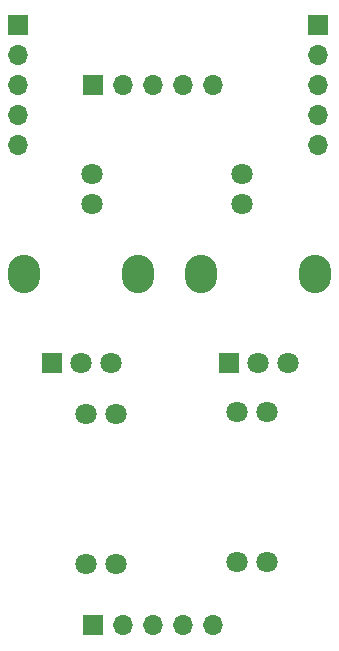
<source format=gbr>
%TF.GenerationSoftware,KiCad,Pcbnew,8.0.5*%
%TF.CreationDate,2024-11-13T12:34:22+05:30*%
%TF.ProjectId,low_pass,6c6f775f-7061-4737-932e-6b696361645f,rev?*%
%TF.SameCoordinates,Original*%
%TF.FileFunction,Soldermask,Bot*%
%TF.FilePolarity,Negative*%
%FSLAX46Y46*%
G04 Gerber Fmt 4.6, Leading zero omitted, Abs format (unit mm)*
G04 Created by KiCad (PCBNEW 8.0.5) date 2024-11-13 12:34:22*
%MOMM*%
%LPD*%
G01*
G04 APERTURE LIST*
%ADD10R,1.700000X1.700000*%
%ADD11O,1.700000X1.700000*%
%ADD12O,2.720000X3.240000*%
%ADD13R,1.800000X1.800000*%
%ADD14C,1.800000*%
G04 APERTURE END LIST*
D10*
%TO.C,OUTPUT1*%
X74930000Y-45720000D03*
D11*
X74930000Y-48260000D03*
X74930000Y-50800000D03*
X74930000Y-53340000D03*
X74930000Y-55880000D03*
%TD*%
D10*
%TO.C,INPUT1*%
X49530000Y-45720000D03*
D11*
X49530000Y-48260000D03*
X49530000Y-50800000D03*
X49530000Y-53340000D03*
X49530000Y-55880000D03*
%TD*%
D12*
%TO.C,RV2*%
X65050000Y-66805000D03*
X74650000Y-66805000D03*
D13*
X67350000Y-74305000D03*
D14*
X69850000Y-74305000D03*
X72350000Y-74305000D03*
%TD*%
D12*
%TO.C,RV1*%
X50064000Y-66805000D03*
X59664000Y-66805000D03*
D13*
X52364000Y-74305000D03*
D14*
X54864000Y-74305000D03*
X57364000Y-74305000D03*
%TD*%
%TO.C,U2*%
X70612000Y-91186000D03*
X68072000Y-91186000D03*
X70612000Y-78486000D03*
X68072000Y-78486000D03*
%TD*%
%TO.C,U6*%
X68453000Y-58293000D03*
X68453000Y-60833000D03*
X55753000Y-58293000D03*
X55753000Y-60833000D03*
%TD*%
D10*
%TO.C,GND1*%
X55880000Y-96520000D03*
D11*
X58420000Y-96520000D03*
X60960000Y-96520000D03*
X63500000Y-96520000D03*
X66040000Y-96520000D03*
%TD*%
D10*
%TO.C,5V1*%
X55880000Y-50800000D03*
D11*
X58420000Y-50800000D03*
X60960000Y-50800000D03*
X63500000Y-50800000D03*
X66040000Y-50800000D03*
%TD*%
D14*
%TO.C,U5*%
X55245000Y-78613000D03*
X57785000Y-78613000D03*
X55245000Y-91313000D03*
X57785000Y-91313000D03*
%TD*%
M02*

</source>
